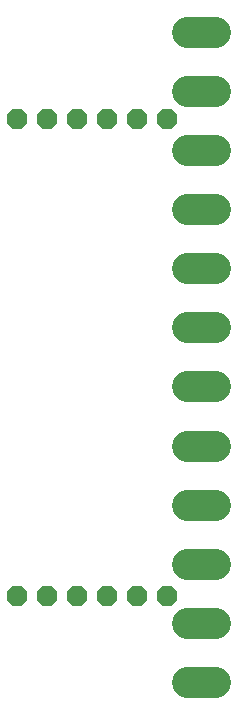
<source format=gbr>
G04 EAGLE Gerber RS-274X export*
G75*
%MOMM*%
%FSLAX34Y34*%
%LPD*%
%INSoldermask Bottom*%
%IPPOS*%
%AMOC8*
5,1,8,0,0,1.08239X$1,22.5*%
G01*
%ADD10C,2.583200*%
%ADD11P,1.869504X8X112.500000*%


D10*
X197900Y89400D02*
X174100Y89400D01*
X174100Y39400D02*
X197900Y39400D01*
X197900Y189300D02*
X174100Y189300D01*
X174100Y139300D02*
X197900Y139300D01*
X197900Y289400D02*
X174100Y289400D01*
X174100Y239400D02*
X197900Y239400D01*
X197900Y389500D02*
X174100Y389500D01*
X174100Y339500D02*
X197900Y339500D01*
X197900Y489500D02*
X174100Y489500D01*
X174100Y439500D02*
X197900Y439500D01*
X197900Y589600D02*
X174100Y589600D01*
X174100Y539600D02*
X197900Y539600D01*
D11*
X29900Y111600D03*
X55300Y111600D03*
X80700Y111600D03*
X106100Y111600D03*
X131500Y111600D03*
X156900Y111600D03*
X29900Y516200D03*
X55300Y516200D03*
X80700Y516200D03*
X106100Y516200D03*
X131500Y516200D03*
X156900Y516200D03*
M02*

</source>
